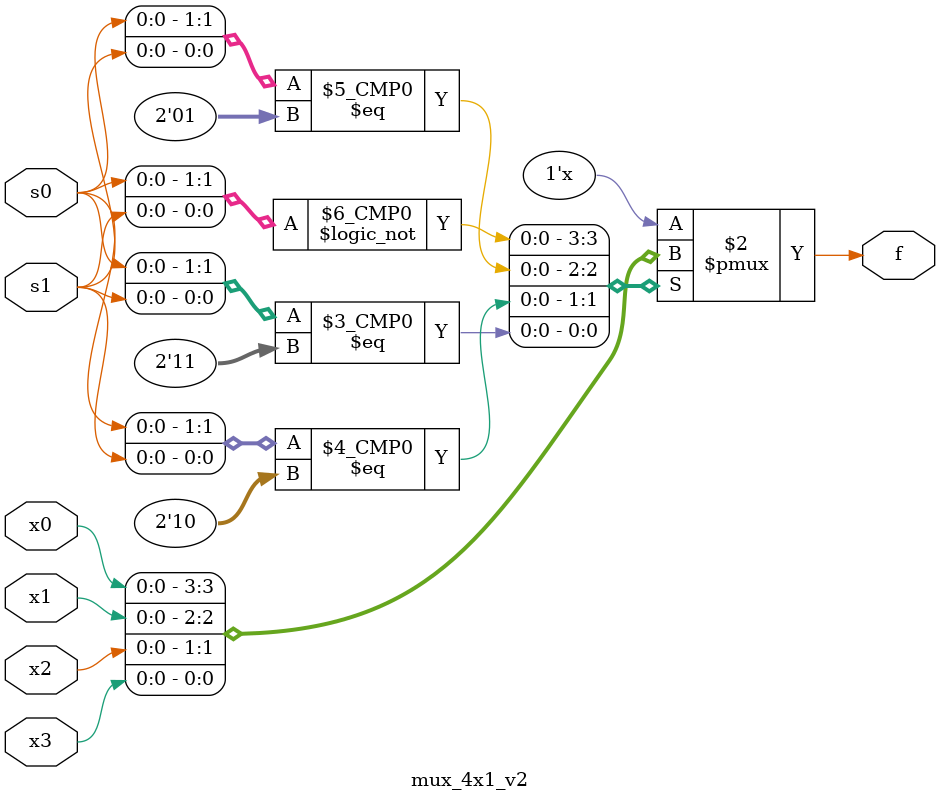
<source format=sv>
`include "mux_2x1.sv"

module mux_4x1_v1(
  input x0, x1, x2, x3,
  		s0, s1,
  output f
);

  wire w0, w1;
  
  mux_2x1_v1 mux0 (x0, x1, s1, w0);
  mux_2x1_v3 mux1 (x2, x3, s1, w1);
  mux_2x1_v5 mux2 (w0, w1, s0,  f);
  
endmodule: mux_4x1_v1

// version 2: always_comb + case statement
module mux_4x1_v2(
  input x0, x1, x2, x3,
  		s0, s1,
  output logic f
);

  always_comb
    case({s0, s1})
      0: f = x0;
      1: f = x1;
      2: f = x2;
      3: f = x3;
      default: f = 1'bx;
    endcase  
  
endmodule: mux_4x1_v2
</source>
